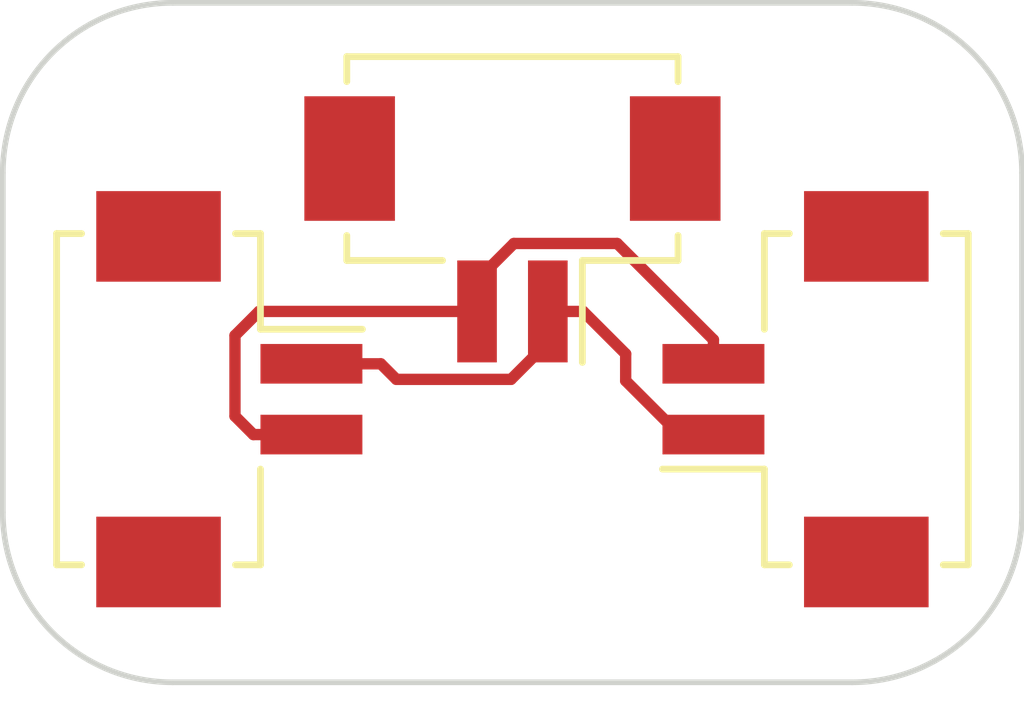
<source format=kicad_pcb>
(kicad_pcb (version 20221018) (generator pcbnew)
  (layers (0 "F.Cu" signal) (31 "B.Cu" signal) (34 "B.Paste" user) (35 "F.Paste" user) (36 "B.SilkS" user "B.Silkscreen") (37 "F.SilkS" user "F.Silkscreen") (38 "B.Mask" user) (39 "F.Mask" user) (44 "Edge.Cuts" user))
  (net 0 "")
  (net 1 "/RS485_N")
  (net 2 "/RS485_P")
  (footprint "Connector_Hirose:Hirose_DF13C_CL535-0402-2-51_1x02-1MP_P1.25mm_Vertical" (layer "F.Cu") (at 135 78 90)
    (fp_text reference "J3" hide)
    (fp_text value "Conn_01x02_Pin" hide)
    (fp_line (start -2.925 -0.55) (end -2.925 -0.11) (stroke (width 0.12)) (layer "F.SilkS"))
    (fp_line (start -2.925 2.61) (end -2.925 3.05) (stroke (width 0.12)) (layer "F.SilkS"))
    (fp_line (start -2.925 3.05) (end 2.925 3.05) (stroke (width 0.12)) (layer "F.SilkS"))
    (fp_line (start -1.235 -0.55) (end -2.925 -0.55) (stroke (width 0.12)) (layer "F.SilkS"))
    (fp_line (start -1.235 -0.55) (end -1.235 -2.35) (stroke (width 0.12)) (layer "F.SilkS"))
    (fp_line (start 1.235 -0.55) (end 2.925 -0.55) (stroke (width 0.12)) (layer "F.SilkS"))
    (fp_line (start 2.925 -0.55) (end 2.925 -0.11) (stroke (width 0.12)) (layer "F.SilkS"))
    (fp_line (start 2.925 3.05) (end 2.925 2.61) (stroke (width 0.12)) (layer "F.SilkS"))
    (pad "1" smd rect (at -0.625 -1.45 90) (size 0.7 1.8) (layers "F.Cu" "F.Paste" "F.Mask") (net 2 "/RS485_P"))
    (pad "2" smd rect (at 0.625 -1.45 90) (size 0.7 1.8) (layers "F.Cu" "F.Paste" "F.Mask") (net 1 "/RS485_N"))
    (pad "MP" smd rect (at -2.875 1.25 90) (size 1.6 2.2) (layers "F.Cu" "F.Paste" "F.Mask"))
    (pad "MP" smd rect (at 2.875 1.25 90) (size 1.6 2.2) (layers "F.Cu" "F.Paste" "F.Mask"))
  )
  (footprint "Connector_Hirose:Hirose_DF13C_CL535-0402-2-51_1x02-1MP_P1.25mm_Vertical" (layer "F.Cu") (at 130 75 180)
    (fp_text reference "J2" hide)
    (fp_text value "Conn_01x02_Pin" hide)
    (fp_line (start -2.925 -0.55) (end -2.925 -0.11) (stroke (width 0.12)) (layer "F.SilkS"))
    (fp_line (start -2.925 2.61) (end -2.925 3.05) (stroke (width 0.12)) (layer "F.SilkS"))
    (fp_line (start -2.925 3.05) (end 2.925 3.05) (stroke (width 0.12)) (layer "F.SilkS"))
    (fp_line (start -1.235 -0.55) (end -2.925 -0.55) (stroke (width 0.12)) (layer "F.SilkS"))
    (fp_line (start -1.235 -0.55) (end -1.235 -2.35) (stroke (width 0.12)) (layer "F.SilkS"))
    (fp_line (start 1.235 -0.55) (end 2.925 -0.55) (stroke (width 0.12)) (layer "F.SilkS"))
    (fp_line (start 2.925 -0.55) (end 2.925 -0.11) (stroke (width 0.12)) (layer "F.SilkS"))
    (fp_line (start 2.925 3.05) (end 2.925 2.61) (stroke (width 0.12)) (layer "F.SilkS"))
    (pad "1" smd rect (at -0.625 -1.45 180) (size 0.7 1.8) (layers "F.Cu" "F.Paste" "F.Mask") (net 2 "/RS485_P"))
    (pad "2" smd rect (at 0.625 -1.45 180) (size 0.7 1.8) (layers "F.Cu" "F.Paste" "F.Mask") (net 1 "/RS485_N"))
    (pad "MP" smd rect (at -2.875 1.25 180) (size 1.6 2.2) (layers "F.Cu" "F.Paste" "F.Mask"))
    (pad "MP" smd rect (at 2.875 1.25 180) (size 1.6 2.2) (layers "F.Cu" "F.Paste" "F.Mask"))
  )
  (footprint "Connector_Hirose:Hirose_DF13C_CL535-0402-2-51_1x02-1MP_P1.25mm_Vertical" (layer "F.Cu") (at 125 78 -90)
    (fp_text reference "J1" hide)
    (fp_text value "Conn_01x02_Pin" hide)
    (fp_line (start -2.925 -0.55) (end -2.925 -0.11) (stroke (width 0.12)) (layer "F.SilkS"))
    (fp_line (start -2.925 2.61) (end -2.925 3.05) (stroke (width 0.12)) (layer "F.SilkS"))
    (fp_line (start -2.925 3.05) (end 2.925 3.05) (stroke (width 0.12)) (layer "F.SilkS"))
    (fp_line (start -1.235 -0.55) (end -2.925 -0.55) (stroke (width 0.12)) (layer "F.SilkS"))
    (fp_line (start -1.235 -0.55) (end -1.235 -2.35) (stroke (width 0.12)) (layer "F.SilkS"))
    (fp_line (start 1.235 -0.55) (end 2.925 -0.55) (stroke (width 0.12)) (layer "F.SilkS"))
    (fp_line (start 2.925 -0.55) (end 2.925 -0.11) (stroke (width 0.12)) (layer "F.SilkS"))
    (fp_line (start 2.925 3.05) (end 2.925 2.61) (stroke (width 0.12)) (layer "F.SilkS"))
    (pad "1" smd rect (at -0.625 -1.45 270) (size 0.7 1.8) (layers "F.Cu" "F.Paste" "F.Mask") (net 2 "/RS485_P"))
    (pad "2" smd rect (at 0.625 -1.45 270) (size 0.7 1.8) (layers "F.Cu" "F.Paste" "F.Mask") (net 1 "/RS485_N"))
    (pad "MP" smd rect (at -2.875 1.25 270) (size 1.6 2.2) (layers "F.Cu" "F.Paste" "F.Mask"))
    (pad "MP" smd rect (at 2.875 1.25 270) (size 1.6 2.2) (layers "F.Cu" "F.Paste" "F.Mask"))
  )
  (footprint "MountingHole:MountingHole_2.5mm" (layer "F.Cu") (at 130 81)
    (fp_text reference "H1" hide)
    (fp_text value "MountingHole" hide)
    (pad "" np_thru_hole circle (at 0 0) (size 2.5 2.5) (drill 2.5) (layers "*.Cu" "*.Mask"))
  )
  (gr_arc (start 124 83) (mid 121.87868 82.12132) (end 121 80) (stroke (width 0.1)) (layer "Edge.Cuts"))
  (gr_arc (start 139 80) (mid 138.12132 82.12132) (end 136 83) (stroke (width 0.1)) (layer "Edge.Cuts"))
  (gr_line (start 121 80) (end 121 74) (stroke (width 0.1)) (layer "Edge.Cuts"))
  (gr_arc (start 136 71) (mid 138.12132 71.87868) (end 139 74) (stroke (width 0.1)) (layer "Edge.Cuts"))
  (gr_arc (start 121 74) (mid 121.87868 71.87868) (end 124 71) (stroke (width 0.1)) (layer "Edge.Cuts"))
  (gr_line (start 139 74) (end 139 80) (stroke (width 0.1)) (layer "Edge.Cuts"))
  (gr_line (start 124 71) (end 136 71) (stroke (width 0.1)) (layer "Edge.Cuts"))
  (gr_line (start 136 83) (end 124 83) (stroke (width 0.1)) (layer "Edge.Cuts"))
  (segment (start 125.1 76.875) (end 125.1 78.3) (width 0.2) (layer "F.Cu") (net 1))
  (segment (start 133.55 77.375) (end 133.55 76.95) (width 0.2) (layer "F.Cu") (net 1))
  (segment (start 125.525 76.45) (end 125.1 76.875) (width 0.2) (layer "F.Cu") (net 1))
  (segment (start 129.375 76.45) (end 125.525 76.45) (width 0.2) (layer "F.Cu") (net 1))
  (segment (start 130.025 75.25) (end 129.375 75.9) (width 0.2) (layer "F.Cu") (net 1))
  (segment (start 133.55 76.95) (end 131.85 75.25) (width 0.2) (layer "F.Cu") (net 1))
  (segment (start 131.85 75.25) (end 130.025 75.25) (width 0.2) (layer "F.Cu") (net 1))
  (segment (start 125.425 78.625) (end 126.45 78.625) (width 0.2) (layer "F.Cu") (net 1))
  (segment (start 129.375 75.9) (end 129.375 76.45) (width 0.2) (layer "F.Cu") (net 1))
  (segment (start 125.1 78.3) (end 125.425 78.625) (width 0.2) (layer "F.Cu") (net 1))
  (segment (start 127.95 77.65) (end 127.675 77.375) (width 0.2) (layer "F.Cu") (net 2))
  (segment (start 132.95 78.625) (end 132 77.675) (width 0.2) (layer "F.Cu") (net 2))
  (segment (start 127.675 77.375) (end 126.45 77.375) (width 0.2) (layer "F.Cu") (net 2))
  (segment (start 133.55 78.625) (end 132.95 78.625) (width 0.2) (layer "F.Cu") (net 2))
  (segment (start 132 77.675) (end 132 77.2) (width 0.2) (layer "F.Cu") (net 2))
  (segment (start 131.25 76.45) (end 130.625 76.45) (width 0.2) (layer "F.Cu") (net 2))
  (segment (start 129.975 77.65) (end 127.95 77.65) (width 0.2) (layer "F.Cu") (net 2))
  (segment (start 132 77.2) (end 131.25 76.45) (width 0.2) (layer "F.Cu") (net 2))
  (segment (start 130.625 77) (end 129.975 77.65) (width 0.2) (layer "F.Cu") (net 2))
  (segment (start 130.625 76.45) (end 130.625 77) (width 0.2) (layer "F.Cu") (net 2))
)
</source>
